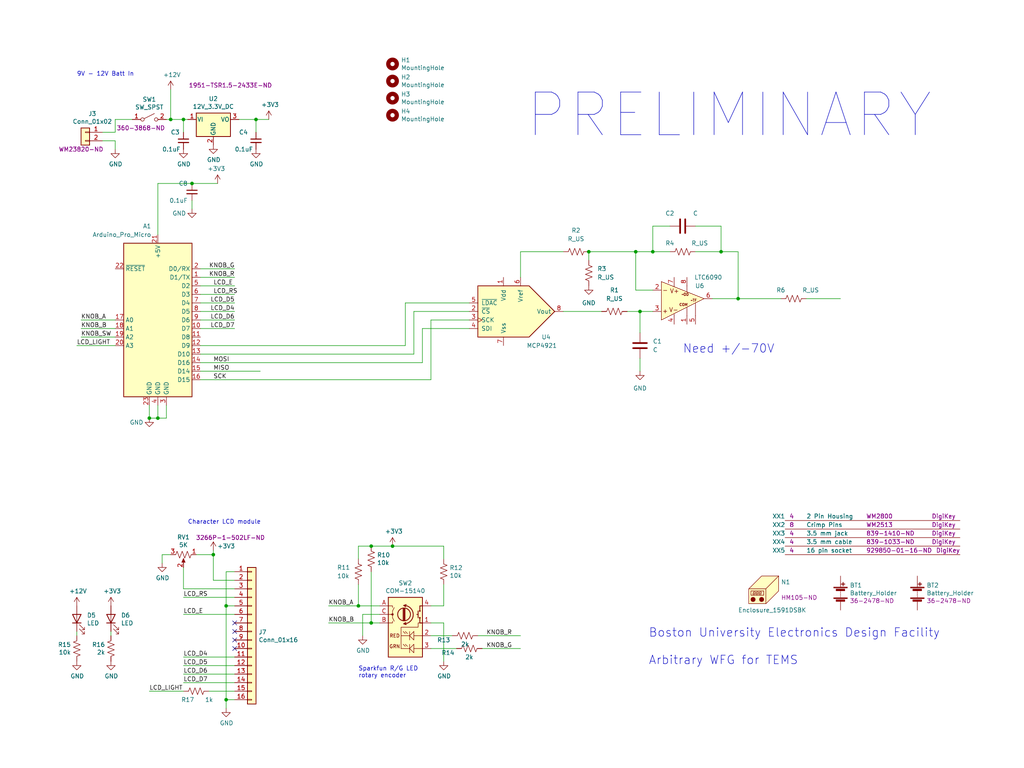
<source format=kicad_sch>
(kicad_sch (version 20230121) (generator eeschema)
  (paper "User" 304.8 228.6)
  (lib_symbols
    (symbol "Analog_DAC:MCP4921" (pin_names (offset 1.016))
      (property "Reference" "U" (at 6.35 10.795 0))
      (property "Value" "MCP4921" (at 6.35 8.89 0))
      (symbol "MCP4921_0_0"
        (polyline (pts (xy 15.24 0) (xy 7.62 7.62) (xy -7.62 7.62) (xy -7.62 -7.62) (xy 7.62 -7.62) (xy 15.24 0)) (stroke (width 0.254)) (fill (type background)))
      )
      (symbol "MCP4921_1_1"
        (pin power_in line (at 0 10.16 270) (length 2.54) (name "Vdd") (number "1"))
        (pin input line (at -10.16 0 0) (length 2.54) (name "~{CS}") (number "2"))
        (pin input clock (at -10.16 -2.54 0) (length 2.54) (name "SCK") (number "3"))
        (pin input line (at -10.16 -5.08 0) (length 2.54) (name "SDI") (number "4"))
        (pin input line (at -10.16 2.54 0) (length 2.54) (name "~{LDAC}") (number "5"))
        (pin power_in line (at 5.08 10.16 270) (length 2.54) (name "Vref") (number "6"))
        (pin power_in line (at 0 -10.16 90) (length 2.54) (name "Vss") (number "7"))
        (pin output line (at 17.78 0 180) (length 2.54) (name "Vout") (number "8"))
      )
    )
    (symbol "Connector_Generic:Conn_01x02" (pin_names (offset 1.016) hide)
      (property "Reference" "J" (at 0 2.54 0))
      (property "Value" "Conn_01x02" (at 0 -5.08 0))
      (symbol "Conn_01x02_1_1"
        (rectangle (start -1.27 -2.413) (end 0 -2.667) (stroke (width 0.1524)))
        (rectangle (start -1.27 0.127) (end 0 -0.127) (stroke (width 0.1524)))
        (rectangle (start -1.27 1.27) (end 1.27 -3.81) (stroke (width 0.254)) (fill (type background)))
        (pin passive line (at -5.08 0 0) (length 3.81) (name "Pin_1") (number "1"))
        (pin passive line (at -5.08 -2.54 0) (length 3.81) (name "Pin_2") (number "2"))
      )
    )
    (symbol "Connector_Generic:Conn_01x16" (pin_names (offset 1.016) hide)
      (property "Reference" "J" (at 0 20.32 0))
      (property "Value" "Conn_01x16" (at 0 -22.86 0))
      (symbol "Conn_01x16_1_1"
        (rectangle (start -1.27 -20.193) (end 0 -20.447) (stroke (width 0.1524)))
        (rectangle (start -1.27 -17.653) (end 0 -17.907) (stroke (width 0.1524)))
        (rectangle (start -1.27 -15.113) (end 0 -15.367) (stroke (width 0.1524)))
        (rectangle (start -1.27 -12.573) (end 0 -12.827) (stroke (width 0.1524)))
        (rectangle (start -1.27 -10.033) (end 0 -10.287) (stroke (width 0.1524)))
        (rectangle (start -1.27 -7.493) (end 0 -7.747) (stroke (width 0.1524)))
        (rectangle (start -1.27 -4.953) (end 0 -5.207) (stroke (width 0.1524)))
        (rectangle (start -1.27 -2.413) (end 0 -2.667) (stroke (width 0.1524)))
        (rectangle (start -1.27 0.127) (end 0 -0.127) (stroke (width 0.1524)))
        (rectangle (start -1.27 2.667) (end 0 2.413) (stroke (width 0.1524)))
        (rectangle (start -1.27 5.207) (end 0 4.953) (stroke (width 0.1524)))
        (rectangle (start -1.27 7.747) (end 0 7.493) (stroke (width 0.1524)))
        (rectangle (start -1.27 10.287) (end 0 10.033) (stroke (width 0.1524)))
        (rectangle (start -1.27 12.827) (end 0 12.573) (stroke (width 0.1524)))
        (rectangle (start -1.27 15.367) (end 0 15.113) (stroke (width 0.1524)))
        (rectangle (start -1.27 17.907) (end 0 17.653) (stroke (width 0.1524)))
        (rectangle (start -1.27 19.05) (end 1.27 -21.59) (stroke (width 0.254)) (fill (type background)))
        (pin passive line (at -5.08 17.78 0) (length 3.81) (name "Pin_1") (number "1"))
        (pin passive line (at -5.08 -5.08 0) (length 3.81) (name "Pin_10") (number "10"))
        (pin passive line (at -5.08 -7.62 0) (length 3.81) (name "Pin_11") (number "11"))
        (pin passive line (at -5.08 -10.16 0) (length 3.81) (name "Pin_12") (number "12"))
        (pin passive line (at -5.08 -12.7 0) (length 3.81) (name "Pin_13") (number "13"))
        (pin passive line (at -5.08 -15.24 0) (length 3.81) (name "Pin_14") (number "14"))
        (pin passive line (at -5.08 -17.78 0) (length 3.81) (name "Pin_15") (number "15"))
        (pin passive line (at -5.08 -20.32 0) (length 3.81) (name "Pin_16") (number "16"))
        (pin passive line (at -5.08 15.24 0) (length 3.81) (name "Pin_2") (number "2"))
        (pin passive line (at -5.08 12.7 0) (length 3.81) (name "Pin_3") (number "3"))
        (pin passive line (at -5.08 10.16 0) (length 3.81) (name "Pin_4") (number "4"))
        (pin passive line (at -5.08 7.62 0) (length 3.81) (name "Pin_5") (number "5"))
        (pin passive line (at -5.08 5.08 0) (length 3.81) (name "Pin_6") (number "6"))
        (pin passive line (at -5.08 2.54 0) (length 3.81) (name "Pin_7") (number "7"))
        (pin passive line (at -5.08 0 0) (length 3.81) (name "Pin_8") (number "8"))
        (pin passive line (at -5.08 -2.54 0) (length 3.81) (name "Pin_9") (number "9"))
      )
    )
    (symbol "Device:C" (pin_numbers hide) (pin_names (offset 0.254))
      (property "Reference" "C" (at 0.635 2.54 0))
      (property "Value" "C" (at 0.635 -2.54 0))
      (symbol "C_0_1"
        (polyline (pts (xy -2.032 -0.762) (xy 2.032 -0.762)) (stroke (width 0.508)))
        (polyline (pts (xy -2.032 0.762) (xy 2.032 0.762)) (stroke (width 0.508)))
      )
      (symbol "C_1_1"
        (pin passive line (at 0 3.81 270) (length 2.794) (name "~") (number "1"))
        (pin passive line (at 0 -3.81 90) (length 2.794) (name "~") (number "2"))
      )
    )
    (symbol "Device:C_Small" (pin_numbers hide) (pin_names (offset 0.254) hide)
      (property "Reference" "C" (at 0.254 1.778 0))
      (property "Value" "C_Small" (at 0.254 -2.032 0))
      (symbol "C_Small_0_1"
        (polyline (pts (xy -1.524 -0.508) (xy 1.524 -0.508)) (stroke (width 0.3302)))
        (polyline (pts (xy -1.524 0.508) (xy 1.524 0.508)) (stroke (width 0.3048)))
      )
      (symbol "C_Small_1_1"
        (pin passive line (at 0 2.54 270) (length 2.032) (name "~") (number "1"))
        (pin passive line (at 0 -2.54 90) (length 2.032) (name "~") (number "2"))
      )
    )
    (symbol "Device:LED" (pin_numbers hide) (pin_names (offset 1.016) hide)
      (property "Reference" "D" (at 0 2.54 0))
      (property "Value" "LED" (at 0 -2.54 0))
      (symbol "LED_0_1"
        (polyline (pts (xy -1.27 -1.27) (xy -1.27 1.27)) (stroke (width 0.254)))
        (polyline (pts (xy -1.27 0) (xy 1.27 0)))
        (polyline (pts (xy 1.27 -1.27) (xy 1.27 1.27) (xy -1.27 0) (xy 1.27 -1.27)) (stroke (width 0.254)))
        (polyline (pts (xy -3.048 -0.762) (xy -4.572 -2.286) (xy -3.81 -2.286) (xy -4.572 -2.286) (xy -4.572 -1.524)))
        (polyline (pts (xy -1.778 -0.762) (xy -3.302 -2.286) (xy -2.54 -2.286) (xy -3.302 -2.286) (xy -3.302 -1.524)))
      )
      (symbol "LED_1_1"
        (pin passive line (at -3.81 0 0) (length 2.54) (name "K") (number "1"))
        (pin passive line (at 3.81 0 180) (length 2.54) (name "A") (number "2"))
      )
    )
    (symbol "Device:R_US" (pin_numbers hide) (pin_names (offset 0))
      (property "Reference" "R" (at 2.54 0 90))
      (property "Value" "R_US" (at -2.54 0 90))
      (symbol "R_US_0_1"
        (polyline (pts (xy 0 -2.286) (xy 0 -2.54)))
        (polyline (pts (xy 0 2.286) (xy 0 2.54)))
        (polyline (pts (xy 0 -0.762) (xy 1.016 -1.143) (xy 0 -1.524) (xy -1.016 -1.905) (xy 0 -2.286)))
        (polyline (pts (xy 0 0.762) (xy 1.016 0.381) (xy 0 0) (xy -1.016 -0.381) (xy 0 -0.762)))
        (polyline (pts (xy 0 2.286) (xy 1.016 1.905) (xy 0 1.524) (xy -1.016 1.143) (xy 0 0.762)))
      )
      (symbol "R_US_1_1"
        (pin passive line (at 0 3.81 270) (length 1.27) (name "~") (number "1"))
        (pin passive line (at 0 -3.81 90) (length 1.27) (name "~") (number "2"))
      )
    )
    (symbol "Mechanical:Housing" (pin_names (offset 1.016))
      (property "Reference" "N" (at 3.81 0 0))
      (property "Value" "Housing" (at 3.81 -1.905 0))
      (symbol "Housing_0_1"
        (rectangle (start -5.08 -0.635) (end -1.27 -1.905))
        (circle (center -4.445 -3.175) (radius 0.635) (fill (type outline)))
        (circle (center -1.905 -3.175) (radius 0.635) (fill (type outline)))
        (polyline (pts (xy -4.5212 -1.5748) (xy -4.4704 -1.3716)))
        (polyline (pts (xy -4.4196 -1.6764) (xy -4.064 -1.6764)))
        (polyline (pts (xy -4.4196 -1.2192) (xy -4.3688 -0.9652)))
        (polyline (pts (xy -4.318 -1.3208) (xy -4.0132 -1.3208)))
        (polyline (pts (xy -4.2164 -0.9144) (xy -3.9116 -0.9144)))
        (polyline (pts (xy -3.9116 -1.6256) (xy -3.8608 -1.3716)))
        (polyline (pts (xy -3.81 -1.2192) (xy -3.7592 -0.9652)))
        (polyline (pts (xy -3.6068 -1.5748) (xy -3.556 -1.3716)))
        (polyline (pts (xy -3.5052 -1.6764) (xy -3.1496 -1.6764)))
        (polyline (pts (xy -3.5052 -1.2192) (xy -3.4544 -0.9652)))
        (polyline (pts (xy -3.4036 -1.3208) (xy -3.0988 -1.3208)))
        (polyline (pts (xy -3.302 -0.9144) (xy -2.9972 -0.9144)))
        (polyline (pts (xy -2.9972 -1.6256) (xy -2.9464 -1.3716)))
        (polyline (pts (xy -2.8956 -1.2192) (xy -2.8448 -0.9652)))
        (polyline (pts (xy -2.6924 -1.5748) (xy -2.6416 -1.3716)))
        (polyline (pts (xy -2.5908 -1.6764) (xy -2.2352 -1.6764)))
        (polyline (pts (xy -2.5908 -1.2192) (xy -2.54 -0.9652)))
        (polyline (pts (xy -2.4892 -1.3208) (xy -2.1844 -1.3208)))
        (polyline (pts (xy -2.3876 -0.9144) (xy -2.0828 -0.9144)))
        (polyline (pts (xy -2.0828 -1.6256) (xy -2.032 -1.3716)))
        (polyline (pts (xy -1.9812 -1.2192) (xy -1.9304 -0.9652)))
        (polyline (pts (xy -0.635 0) (xy -0.635 -4.445)))
        (polyline (pts (xy -5.715 0) (xy -0.635 0) (xy 3.175 3.81)))
        (polyline (pts (xy -5.715 0) (xy -5.715 -4.445) (xy -0.635 -4.445) (xy 3.175 -0.635) (xy 3.175 3.81) (xy -1.905 3.81) (xy -5.715 0)) (fill (type background)))
      )
    )
    (symbol "Mechanical:MountingHole" (pin_names (offset 1.016))
      (property "Reference" "H" (at 0 5.08 0))
      (property "Value" "MountingHole" (at 0 3.175 0))
      (symbol "MountingHole_0_1"
        (circle (center 0 0) (radius 1.27) (stroke (width 1.27)))
      )
    )
    (symbol "Regulator_Linear:LM7805_TO220" (pin_names (offset 0.254))
      (property "Reference" "U" (at -3.81 3.175 0))
      (property "Value" "LM7805_TO220" (at 0 3.175 0))
      (symbol "LM7805_TO220_0_1"
        (rectangle (start -5.08 1.905) (end 5.08 -5.08) (stroke (width 0.254)) (fill (type background)))
      )
      (symbol "LM7805_TO220_1_1"
        (pin power_in line (at -7.62 0 0) (length 2.54) (name "VI") (number "1"))
        (pin power_in line (at 0 -7.62 90) (length 2.54) (name "GND") (number "2"))
        (pin power_out line (at 7.62 0 180) (length 2.54) (name "VO") (number "3"))
      )
    )
    (symbol "Switch:SW_SPST" (pin_names (offset 0) hide)
      (property "Reference" "SW" (at 0 3.175 0))
      (property "Value" "SW_SPST" (at 0 -2.54 0))
      (symbol "SW_SPST_0_0"
        (circle (center -2.032 0) (radius 0.508))
        (polyline (pts (xy -1.524 0.254) (xy 1.524 1.778)))
        (circle (center 2.032 0) (radius 0.508))
      )
      (symbol "SW_SPST_1_1"
        (pin passive line (at -5.08 0 0) (length 2.54) (name "A") (number "1"))
        (pin passive line (at 5.08 0 180) (length 2.54) (name "B") (number "2"))
      )
    )
    (symbol "mctens-rescue:+3.3V-power" (power) (pin_names (offset 0))
      (property "Value" "+3.3V-power" (at 0 3.556 0))
      (symbol "+3.3V-power_0_1"
        (polyline (pts (xy -0.762 1.27) (xy 0 2.54)))
        (polyline (pts (xy 0 0) (xy 0 2.54)))
        (polyline (pts (xy 0 2.54) (xy 0.762 1.27)))
      )
      (symbol "+3.3V-power_1_1"
        (pin power_in line (at 0 0 90) (length 0) hide (name "+3V3") (number "1"))
      )
    )
    (symbol "mctens-rescue:R_POT_US-Device" (pin_names (offset 1.016) hide)
      (property "Reference" "RV" (at -4.445 0 90))
      (property "Value" "Device_R_POT_US" (at -2.54 0 90))
      (symbol "R_POT_US-Device_0_1"
        (polyline (pts (xy 0 -2.286) (xy 0 -2.54)))
        (polyline (pts (xy 0 2.54) (xy 0 2.286)))
        (polyline (pts (xy 2.54 0) (xy 1.524 0)))
        (polyline (pts (xy 1.143 0) (xy 2.286 0.508) (xy 2.286 -0.508) (xy 1.143 0)) (fill (type outline)))
        (polyline (pts (xy 0 -0.762) (xy 1.016 -1.143) (xy 0 -1.524) (xy -1.016 -1.905) (xy 0 -2.286)))
        (polyline (pts (xy 0 0.762) (xy 1.016 0.381) (xy 0 0) (xy -1.016 -0.381) (xy 0 -0.762)))
        (polyline (pts (xy 0 2.286) (xy 1.016 1.905) (xy 0 1.524) (xy -1.016 1.143) (xy 0 0.762)))
      )
      (symbol "R_POT_US-Device_1_1"
        (pin passive line (at 0 3.81 270) (length 1.27) (name "1") (number "1"))
        (pin passive line (at 3.81 0 180) (length 1.27) (name "2") (number "2"))
        (pin passive line (at 0 -3.81 90) (length 1.27) (name "3") (number "3"))
      )
    )
    (symbol "my_Arduino:Arduino_pro_micro"
      (property "Reference" "A" (at -10.16 23.495 0))
      (property "Value" "Arduino_Pro_Micro" (at 5.08 -24.13 0))
      (symbol "Arduino_pro_micro_0_1"
        (rectangle (start -10.16 22.86) (end 10.16 -22.86) (stroke (width 0.254)) (fill (type background)))
      )
      (symbol "Arduino_pro_micro_1_1"
        (pin bidirectional line (at -12.7 12.7 0) (length 2.54) (name "D1/TX") (number "1"))
        (pin bidirectional line (at -12.7 -2.54 0) (length 2.54) (name "D7") (number "10"))
        (pin bidirectional line (at -12.7 -5.08 0) (length 2.54) (name "D8") (number "11"))
        (pin bidirectional line (at -12.7 -7.62 0) (length 2.54) (name "D9") (number "12"))
        (pin bidirectional line (at -12.7 -10.16 0) (length 2.54) (name "D10") (number "13"))
        (pin bidirectional line (at -12.7 -12.7 0) (length 2.54) (name "D16") (number "14"))
        (pin bidirectional line (at -12.7 -15.24 0) (length 2.54) (name "D14") (number "15"))
        (pin bidirectional line (at -12.7 -17.78 0) (length 2.54) (name "D15") (number "16"))
        (pin bidirectional line (at 12.7 0 180) (length 2.54) (name "A0") (number "17"))
        (pin bidirectional line (at 12.7 -2.54 180) (length 2.54) (name "A1") (number "18"))
        (pin bidirectional line (at 12.7 -5.08 180) (length 2.54) (name "A2") (number "19"))
        (pin bidirectional line (at -12.7 15.24 0) (length 2.54) (name "D0/RX") (number "2"))
        (pin bidirectional line (at 12.7 -7.62 180) (length 2.54) (name "A3") (number "20"))
        (pin power_out line (at 0 25.4 270) (length 2.54) (name "+5V") (number "21"))
        (pin input line (at 12.7 15.24 180) (length 2.54) (name "~{RESET}") (number "22"))
        (pin power_in line (at 2.54 -25.4 90) (length 2.54) (name "GND") (number "23"))
        (pin power_in line (at -2.54 -25.4 90) (length 2.54) (name "GND") (number "3"))
        (pin power_in line (at 0 -25.4 90) (length 2.54) (name "GND") (number "4"))
        (pin bidirectional line (at -12.7 10.16 0) (length 2.54) (name "D2") (number "5"))
        (pin bidirectional line (at -12.7 7.62 0) (length 2.54) (name "D3") (number "6"))
        (pin bidirectional line (at -12.7 5.08 0) (length 2.54) (name "D4") (number "7"))
        (pin bidirectional line (at -12.7 2.54 0) (length 2.54) (name "D5") (number "8"))
        (pin bidirectional line (at -12.7 0 0) (length 2.54) (name "D6") (number "9"))
      )
    )
    (symbol "my_opamp:LTC6090"
      (property "Reference" "U" (at 14.478 2.794 0))
      (symbol "LTC6090_1_1"
        (polyline (pts (xy 6.35 -7.62) (xy 6.35 -7.112)))
        (polyline (pts (xy 6.35 1.27) (xy 6.35 1.016)))
        (polyline (pts (xy 10.16 -7.62) (xy 10.16 -5.08)))
        (polyline (pts (xy 10.16 1.27) (xy 10.16 -0.508)))
        (polyline (pts (xy 12.7 -7.62) (xy 12.7 -3.81)))
        (polyline (pts (xy 2.54 2.54) (xy 2.54 -8.89) (xy 15.24 -2.54) (xy 2.54 2.54)) (fill (type background)))
        (text "+" (at 3.683 -6.223 0) (effects (font (size 1.27 1.27))))
        (text "-" (at 3.683 0 0) (effects (font (size 1.27 1.27))))
        (text "COM" (at 9.144 -4.318 0) (effects (font (size 0.762 0.762))))
        (text "V+" (at 6.477 -0.254 0) (effects (font (size 1.27 1.27))))
        (text "V-" (at 6.223 -5.842 0) (effects (font (size 1.27 1.27))))
        (text "~OD" (at 9.652 -1.27 0) (effects (font (size 0.762 0.762))))
        (text "~TF" (at 12.192 -3.048 0) (effects (font (size 0.762 0.762))))
        (pin passive line (at 10.16 -10.16 90) (length 2.54) (name "~") (number "1"))
        (pin passive line (at 0 0 0) (length 2.54) (name "~") (number "2"))
        (pin passive line (at 0 -6.35 0) (length 2.54) (name "~") (number "3"))
        (pin passive line (at 6.35 -10.16 90) (length 2.54) (name "~") (number "4"))
        (pin passive line (at 12.7 -10.16 90) (length 2.54) (name "~") (number "5"))
        (pin passive line (at 17.78 -2.54 180) (length 2.54) (name "~") (number "6"))
        (pin passive line (at 6.35 3.81 270) (length 2.54) (name "~") (number "7"))
        (pin passive line (at 10.16 3.81 270) (length 2.54) (name "~") (number "8"))
      )
    )
    (symbol "power:+12V" (power) (pin_names (offset 0))
      (property "Value" "+12V" (at 0 3.556 0))
      (symbol "+12V_0_1"
        (polyline (pts (xy -0.762 1.27) (xy 0 2.54)))
        (polyline (pts (xy 0 0) (xy 0 2.54)))
        (polyline (pts (xy 0 2.54) (xy 0.762 1.27)))
      )
      (symbol "+12V_1_1"
        (pin power_in line (at 0 0 90) (length 0) hide (name "+12V") (number "1"))
      )
    )
    (symbol "power:GND" (power) (pin_names (offset 0))
      (property "Value" "GND" (at 0 -3.81 0))
      (symbol "GND_0_1"
        (polyline (pts (xy 0 0) (xy 0 -1.27) (xy 1.27 -1.27) (xy 0 -2.54) (xy -1.27 -1.27) (xy 0 -1.27)))
      )
      (symbol "GND_1_1"
        (pin power_in line (at 0 0 270) (length 0) hide (name "GND") (number "1"))
      )
    )
    (symbol "tens:BOM_item" (pin_names (offset 1.016))
      (property "Reference" "XX" (at -3.81 1.27 0))
      (property "Value" "BOM_item" (at 6.35 1.27 0))
      (property "CatNo" "CatNo" (at 24.13 1.27 0))
      (property "Vendor" "Vendor" (at 50.8 1.27 0))
      (property "Qty" "Qty" (at 1.27 1.27 0))
      (symbol "BOM_item_0_1"
        (polyline (pts (xy 0 0) (xy 52.07 0)))
      )
    )
    (symbol "tens:Battery_Holder" (pin_numbers hide) (pin_names (offset 0) hide)
      (property "Reference" "BT" (at 2.54 2.54 0))
      (property "Value" "Battery_Holder" (at 2.54 0 0))
      (symbol "Battery_Holder_0_1"
        (rectangle (start -2.032 -1.397) (end 2.032 -1.651) (fill (type outline)))
        (rectangle (start -2.032 1.778) (end 2.032 1.524) (fill (type outline)))
        (rectangle (start -1.3208 -1.9812) (end 1.27 -2.4892) (fill (type outline)))
        (rectangle (start -1.3208 1.1938) (end 1.27 0.6858) (fill (type outline)))
        (polyline (pts (xy 0 -2.54) (xy 0 -5.08)))
        (polyline (pts (xy 0 -1.524) (xy 0 -1.27)))
        (polyline (pts (xy 0 -1.016) (xy 0 -0.762)))
        (polyline (pts (xy 0 -0.508) (xy 0 -0.254)))
        (polyline (pts (xy 0 0) (xy 0 0.254)))
        (polyline (pts (xy 0 0.508) (xy 0 0.762)))
        (polyline (pts (xy 0 1.778) (xy 0 2.54)))
        (polyline (pts (xy 0 2.54) (xy 0 5.08)))
        (polyline (pts (xy 0.254 2.667) (xy 1.27 2.667)) (stroke (width 0.254)))
        (polyline (pts (xy 0.762 3.175) (xy 0.762 2.159)) (stroke (width 0.254)))
      )
    )
    (symbol "tens:COM-15140" (pin_names (offset 0.254) hide)
      (property "Reference" "SW" (at -3.81 7.62 0))
      (property "Value" "COM-15140" (at 6.35 7.62 0))
      (symbol "COM-15140_0_0"
        (polyline (pts (xy 0 -9.525) (xy -0.635 -8.89)))
        (polyline (pts (xy 0 -5.715) (xy -0.635 -5.08)))
        (polyline (pts (xy 0.635 -9.525) (xy 0 -8.89)))
        (polyline (pts (xy 0.635 -5.715) (xy 0 -5.08)))
        (polyline (pts (xy 1.27 -10.16) (xy -1.27 -10.16)))
        (polyline (pts (xy 1.27 -8.89) (xy 1.27 -11.43)))
        (polyline (pts (xy 1.27 -6.35) (xy -1.27 -6.35)))
        (polyline (pts (xy 1.27 -5.08) (xy 1.27 -7.62)))
        (polyline (pts (xy 5.08 -10.16) (xy 2.54 -10.16)))
        (polyline (pts (xy 5.08 -6.35) (xy 2.54 -6.35)))
        (polyline (pts (xy 2.54 -8.89) (xy 2.54 -11.43) (xy 1.27 -10.16) (xy 2.54 -8.89)))
        (polyline (pts (xy 2.54 -5.08) (xy 2.54 -7.62) (xy 1.27 -6.35) (xy 2.54 -5.08)))
        (polyline (pts (xy -1.27 -10.16) (xy -1.27 -6.35) (xy -1.27 -3.81) (xy 3.81 -3.81) (xy 3.81 -2.54) (xy 5.08 -2.54)))
        (text "GRN" (at -3.175 -9.525 0) (effects (font (size 1.016 1.016))))
        (text "RED" (at -3.175 -6.35 0) (effects (font (size 1.016 1.016))))
      )
      (symbol "COM-15140_0_1"
        (rectangle (start -5.08 5.08) (end 5.08 -12.7) (stroke (width 0.254)) (fill (type background)))
        (circle (center -3.81 0) (radius 0.254) (fill (type outline)))
        (arc (start -0.381 -2.794) (mid 2.3376 -0.0635) (end -0.381 2.667) (stroke (width 0.254)))
        (circle (center -0.381 0) (radius 1.905) (stroke (width 0.254)))
        (polyline (pts (xy -0.635 -1.778) (xy -0.635 1.778)) (stroke (width 0.254)))
        (polyline (pts (xy -0.381 -1.778) (xy -0.381 1.778)) (stroke (width 0.254)))
        (polyline (pts (xy -0.127 1.778) (xy -0.127 -1.778)) (stroke (width 0.254)))
        (polyline (pts (xy 3.81 0) (xy 3.429 0)) (stroke (width 0.254)))
        (polyline (pts (xy 3.81 1.016) (xy 3.81 -1.016)) (stroke (width 0.254)))
        (polyline (pts (xy -5.08 -2.54) (xy -3.81 -2.54) (xy -3.81 -2.032)))
        (polyline (pts (xy -5.08 2.54) (xy -3.81 2.54) (xy -3.81 2.032)))
        (polyline (pts (xy 0.254 -3.048) (xy -0.508 -2.794) (xy 0.127 -2.413)) (stroke (width 0.254)))
        (polyline (pts (xy 0.254 2.921) (xy -0.508 2.667) (xy 0.127 2.286)) (stroke (width 0.254)))
        (polyline (pts (xy 5.08 -2.54) (xy 4.318 -2.54) (xy 4.318 -1.016)) (stroke (width 0.254)))
        (polyline (pts (xy 5.08 2.54) (xy 4.318 2.54) (xy 4.318 1.016)) (stroke (width 0.254)))
        (polyline (pts (xy -5.08 0) (xy -3.81 0) (xy -3.81 -1.016) (xy -3.302 -2.032)))
        (polyline (pts (xy -4.318 0) (xy -3.81 0) (xy -3.81 1.016) (xy -3.302 2.032)))
        (circle (center 4.318 -1.016) (radius 0.127) (stroke (width 0.254)))
        (circle (center 4.318 1.016) (radius 0.127) (stroke (width 0.254)))
      )
      (symbol "COM-15140_1_1"
        (pin passive line (at 7.62 -2.54 180) (length 2.54) (name "S2") (number "1"))
        (pin passive line (at 7.62 -6.35 180) (length 2.54) (name "RED") (number "2"))
        (pin passive line (at 7.62 -10.16 180) (length 2.54) (name "GREEN") (number "3"))
        (pin passive line (at 7.62 2.54 180) (length 2.54) (name "S1") (number "4"))
        (pin passive line (at -7.62 2.54 0) (length 2.54) (name "A") (number "A"))
        (pin passive line (at -7.62 -2.54 0) (length 2.54) (name "B") (number "B"))
        (pin passive line (at -7.62 0 0) (length 2.54) (name "C") (number "C"))
      )
    )
  )
  (junction (at 219.71 88.9))
  (junction (at 116.84 162.56))
  (junction (at 76.2 35.56))
  (junction (at 214.63 74.93))
  (junction (at 50.8 35.56))
  (junction (at 57.15 54.61))
  (junction (at 44.45 124.46))
  (junction (at 54.61 35.56))
  (junction (at 175.26 74.93))
  (junction (at 106.68 180.34))
  (junction (at 189.23 74.93))
  (junction (at 110.49 185.42))
  (junction (at 194.31 74.93))
  (junction (at 67.31 208.28))
  (junction (at 190.5 92.71))
  (junction (at 67.31 180.34))
  (junction (at 63.5 165.1))
  (junction (at 110.49 162.56))
  (junction (at 46.99 124.46))
  (no_connect (at 69.85 193.04))
  (no_connect (at 69.85 185.42))
  (no_connect (at 69.85 187.96))
  (no_connect (at 69.85 190.5))
  (wire (pts (xy 69.85 175.26) (xy 54.61 175.26)))
  (wire (pts (xy 219.71 88.9) (xy 212.09 88.9)))
  (wire (pts (xy 46.99 120.65) (xy 46.99 124.46)))
  (wire (pts (xy 69.85 203.2) (xy 54.61 203.2)))
  (wire (pts (xy 34.29 41.91) (xy 34.29 44.45)))
  (wire (pts (xy 71.12 35.56) (xy 76.2 35.56)))
  (wire (pts (xy 30.48 39.37) (xy 34.29 39.37)))
  (wire (pts (xy 63.5 165.1) (xy 63.5 163.83)))
  (wire (pts (xy 128.27 193.04) (xy 135.89 193.04)))
  (wire (pts (xy 113.03 182.88) (xy 107.95 182.88)))
  (wire (pts (xy 34.29 97.79) (xy 24.13 97.79)))
  (wire (pts (xy 154.94 74.93) (xy 167.64 74.93)))
  (wire (pts (xy 128.27 95.25) (xy 139.7 95.25)))
  (wire (pts (xy 69.85 195.58) (xy 54.61 195.58)))
  (wire (pts (xy 175.26 74.93) (xy 189.23 74.93)))
  (wire (pts (xy 59.69 102.87) (xy 120.65 102.87)))
  (wire (pts (xy 44.45 120.65) (xy 44.45 124.46)))
  (wire (pts (xy 113.03 180.34) (xy 106.68 180.34)))
  (wire (pts (xy 120.65 102.87) (xy 120.65 90.17)))
  (wire (pts (xy 190.5 92.71) (xy 194.31 92.71)))
  (wire (pts (xy 59.69 105.41) (xy 123.19 105.41)))
  (wire (pts (xy 69.85 172.72) (xy 63.5 172.72)))
  (wire (pts (xy 58.42 165.1) (xy 63.5 165.1)))
  (wire (pts (xy 59.69 85.09) (xy 69.85 85.09)))
  (wire (pts (xy 50.8 26.67) (xy 50.8 35.56)))
  (wire (pts (xy 199.39 67.31) (xy 194.31 67.31)))
  (wire (pts (xy 59.69 107.95) (xy 125.73 107.95)))
  (wire (pts (xy 69.85 170.18) (xy 67.31 170.18)))
  (wire (pts (xy 57.15 59.69) (xy 57.15 62.23)))
  (wire (pts (xy 190.5 92.71) (xy 190.5 99.06)))
  (wire (pts (xy 128.27 185.42) (xy 132.08 185.42)))
  (wire (pts (xy 120.65 90.17) (xy 139.7 90.17)))
  (wire (pts (xy 54.61 205.74) (xy 44.45 205.74)))
  (wire (pts (xy 207.01 67.31) (xy 214.63 67.31)))
  (wire (pts (xy 106.68 162.56) (xy 110.49 162.56)))
  (wire (pts (xy 110.49 185.42) (xy 110.49 170.18)))
  (wire (pts (xy 64.77 54.61) (xy 57.15 54.61)))
  (wire (pts (xy 69.85 182.88) (xy 54.61 182.88)))
  (wire (pts (xy 219.71 74.93) (xy 219.71 88.9)))
  (wire (pts (xy 39.37 35.56) (xy 34.29 35.56)))
  (wire (pts (xy 107.95 182.88) (xy 107.95 189.23)))
  (wire (pts (xy 69.85 95.25) (xy 59.69 95.25)))
  (wire (pts (xy 34.29 100.33) (xy 24.13 100.33)))
  (wire (pts (xy 69.85 97.79) (xy 59.69 97.79)))
  (wire (pts (xy 34.29 95.25) (xy 24.13 95.25)))
  (wire (pts (xy 106.68 166.37) (xy 106.68 162.56)))
  (wire (pts (xy 113.03 185.42) (xy 110.49 185.42)))
  (wire (pts (xy 125.73 97.79) (xy 139.7 97.79)))
  (wire (pts (xy 59.69 110.49) (xy 77.47 110.49)))
  (wire (pts (xy 33.02 187.96) (xy 33.02 189.23)))
  (wire (pts (xy 110.49 185.42) (xy 97.79 185.42)))
  (wire (pts (xy 175.26 74.93) (xy 175.26 77.47)))
  (wire (pts (xy 186.69 92.71) (xy 190.5 92.71)))
  (wire (pts (xy 132.08 180.34) (xy 128.27 180.34)))
  (wire (pts (xy 50.8 35.56) (xy 54.61 35.56)))
  (wire (pts (xy 194.31 86.36) (xy 189.23 86.36)))
  (wire (pts (xy 110.49 162.56) (xy 116.84 162.56)))
  (wire (pts (xy 22.86 187.96) (xy 22.86 189.23)))
  (wire (pts (xy 106.68 180.34) (xy 106.68 173.99)))
  (wire (pts (xy 219.71 88.9) (xy 232.41 88.9)))
  (wire (pts (xy 54.61 39.37) (xy 54.61 35.56)))
  (wire (pts (xy 132.08 185.42) (xy 132.08 196.85)))
  (wire (pts (xy 54.61 175.26) (xy 54.61 168.91)))
  (wire (pts (xy 69.85 177.8) (xy 54.61 177.8)))
  (wire (pts (xy 142.24 189.23) (xy 154.94 189.23)))
  (wire (pts (xy 48.26 165.1) (xy 48.26 167.64)))
  (wire (pts (xy 50.8 165.1) (xy 48.26 165.1)))
  (wire (pts (xy 194.31 74.93) (xy 199.39 74.93)))
  (wire (pts (xy 240.03 88.9) (xy 250.19 88.9)))
  (wire (pts (xy 69.85 80.01) (xy 59.69 80.01)))
  (wire (pts (xy 123.19 92.71) (xy 139.7 92.71)))
  (wire (pts (xy 67.31 170.18) (xy 67.31 180.34)))
  (wire (pts (xy 69.85 208.28) (xy 67.31 208.28)))
  (wire (pts (xy 128.27 113.03) (xy 128.27 95.25)))
  (wire (pts (xy 214.63 74.93) (xy 219.71 74.93)))
  (wire (pts (xy 76.2 39.37) (xy 76.2 35.56)))
  (wire (pts (xy 123.19 105.41) (xy 123.19 92.71)))
  (wire (pts (xy 154.94 82.55) (xy 154.94 74.93)))
  (wire (pts (xy 59.69 87.63) (xy 69.85 87.63)))
  (wire (pts (xy 214.63 74.93) (xy 207.01 74.93)))
  (wire (pts (xy 57.15 54.61) (xy 46.99 54.61)))
  (wire (pts (xy 59.69 113.03) (xy 128.27 113.03)))
  (wire (pts (xy 116.84 162.56) (xy 132.08 162.56)))
  (wire (pts (xy 22.86 102.87) (xy 34.29 102.87)))
  (wire (pts (xy 194.31 67.31) (xy 194.31 74.93)))
  (wire (pts (xy 63.5 172.72) (xy 63.5 165.1)))
  (wire (pts (xy 69.85 180.34) (xy 67.31 180.34)))
  (wire (pts (xy 34.29 35.56) (xy 34.29 39.37)))
  (wire (pts (xy 69.85 205.74) (xy 62.23 205.74)))
  (wire (pts (xy 106.68 180.34) (xy 97.79 180.34)))
  (wire (pts (xy 189.23 74.93) (xy 194.31 74.93)))
  (wire (pts (xy 69.85 82.55) (xy 59.69 82.55)))
  (wire (pts (xy 167.64 92.71) (xy 179.07 92.71)))
  (wire (pts (xy 49.53 35.56) (xy 50.8 35.56)))
  (wire (pts (xy 46.99 124.46) (xy 49.53 124.46)))
  (wire (pts (xy 59.69 90.17) (xy 69.85 90.17)))
  (wire (pts (xy 67.31 180.34) (xy 67.31 208.28)))
  (wire (pts (xy 125.73 107.95) (xy 125.73 97.79)))
  (wire (pts (xy 59.69 92.71) (xy 69.85 92.71)))
  (wire (pts (xy 214.63 67.31) (xy 214.63 74.93)))
  (wire (pts (xy 143.51 193.04) (xy 154.94 193.04)))
  (wire (pts (xy 76.2 35.56) (xy 80.01 35.56)))
  (wire (pts (xy 46.99 54.61) (xy 46.99 69.85)))
  (wire (pts (xy 54.61 35.56) (xy 55.88 35.56)))
  (wire (pts (xy 69.85 200.66) (xy 54.61 200.66)))
  (wire (pts (xy 132.08 173.99) (xy 132.08 180.34)))
  (wire (pts (xy 190.5 110.49) (xy 190.5 106.68)))
  (wire (pts (xy 49.53 124.46) (xy 49.53 120.65)))
  (wire (pts (xy 69.85 198.12) (xy 54.61 198.12)))
  (wire (pts (xy 132.08 162.56) (xy 132.08 166.37)))
  (wire (pts (xy 128.27 189.23) (xy 134.62 189.23)))
  (wire (pts (xy 189.23 74.93) (xy 189.23 86.36)))
  (wire (pts (xy 67.31 208.28) (xy 67.31 210.82)))
  (wire (pts (xy 30.48 41.91) (xy 34.29 41.91)))
  (wire (pts (xy 44.45 124.46) (xy 46.99 124.46)))
  (text "PRELIMINARY" (at 156.21 41.91 0) (effects (font (size 12.7 12.7)) (justify left bottom)))
  (text "Character LCD module" (at 55.88 156.21 0) (effects (font (size 1.27 1.27)) (justify left bottom)))
  (text "Boston University Electronics Design Facility\n\nArbitrary WFG for TEMS" (at 193.04 198.12 0) (effects (font (size 2.54 2.54)) (justify left bottom)))
  (text "9V - 12V Batt In" (at 22.86 22.86 0) (effects (font (size 1.27 1.27)) (justify left bottom)))
  (text "Need +/-70V" (at 203.2 105.41 0) (effects (font (size 2.54 2.54)) (justify left bottom)))
  (text "Sparkfun R/G LED\nrotary encoder" (at 106.68 201.93 0) (effects (font (size 1.27 1.27)) (justify left bottom)))
  (label "KNOB_R" (at 144.78 189.23 0))
  (label "LCD_D7" (at 69.85 97.79 180))
  (label "LCD_D6" (at 54.61 200.66 0))
  (label "MOSI" (at 63.5 107.95 0))
  (label "LCD_D4" (at 69.85 92.71 180))
  (label "LCD_D7" (at 54.61 203.2 0))
  (label "LCD_RS" (at 54.61 177.8 0))
  (label "KNOB_G" (at 144.78 193.04 0))
  (label "LCD_D4" (at 54.61 195.58 0))
  (label "LCD_LIGHT" (at 44.45 205.74 0))
  (label "KNOB_B" (at 97.79 185.42 0))
  (label "LCD_D5" (at 54.61 198.12 0))
  (label "LCD_LIGHT" (at 22.86 102.87 0))
  (label "KNOB_R" (at 69.85 82.55 180))
  (label "SCK" (at 63.5 113.03 0))
  (label "KNOB_G" (at 69.85 80.01 180))
  (label "KNOB_A" (at 97.79 180.34 0))
  (label "LCD_D5" (at 69.85 90.17 180))
  (label "KNOB_A" (at 24.13 95.25 0))
  (label "LCD_E" (at 63.5 85.09 0))
  (label "LCD_E" (at 54.61 182.88 0))
  (label "LCD_RS" (at 63.5 87.63 0))
  (label "KNOB_SW" (at 24.13 100.33 0))
  (label "KNOB_B" (at 24.13 97.79 0))
  (label "MISO" (at 63.5 110.49 0))
  (label "LCD_D6" (at 69.85 95.25 180))
  (symbol (lib_id "Device:R_US") (at 182.88 92.71 90) (unit 1)
    (property "Reference" "R1" (at 182.88 86.36 90))
    (property "Value" "R_US" (at 182.88 88.9 90))
  )
  (symbol (lib_id "Connector_Generic:Conn_01x02") (at 25.4 39.37 0) (mirror y) (unit 1)
    (property "Reference" "J3" (at 27.4828 33.8582 0))
    (property "Value" "Conn_01x02" (at 27.4828 36.1696 0))
    (property "Footprint" "Connector_Molex:Molex_Mini-Fit_Jr_5566-02A_2x01_P4.20mm_Vertical" (effects hide))
    (property "CatNo" "WM23820-ND" (at 24.13 44.45 0))
  )
  (symbol (lib_id "power:GND") (at 63.5 43.18 0) (unit 1)
    (property "Reference" "#PWR010" (effects hide))
    (property "Value" "GND" (at 63.627 47.5742 0))
  )
  (symbol (lib_id "power:GND") (at 44.45 124.46 0) (mirror y) (unit 1)
    (property "Reference" "#PWR04" (effects hide))
    (property "Value" "GND" (at 40.64 125.73 0))
  )
  (symbol (lib_id "Mechanical:MountingHole") (at 116.84 34.29 0) (unit 1)
    (property "Reference" "H4" (at 119.38 33.1216 0) (effects (justify left)))
    (property "Value" "MountingHole" (at 119.38 35.433 0) (effects (justify left)))
    (property "Footprint" "MountingHole:MountingHole_4.3mm_M4" (effects hide))
    (property "CatNo" "OMIT" (effects hide))
  )
  (symbol (lib_id "Device:R_US") (at 33.02 193.04 0) (mirror x) (unit 1)
    (property "Reference" "R16" (at 31.2928 191.8716 0) (effects (justify right)))
    (property "Value" "2k" (at 31.2928 194.183 0) (effects (justify right)))
    (property "Footprint" "Resistor_THT:R_Axial_DIN0207_L6.3mm_D2.5mm_P10.16mm_Horizontal" (effects hide))
    (property "CatNo" "Generic 2k ohm 1/4W" (effects hide))
  )
  (symbol (lib_id "tens:BOM_item") (at 233.68 160.02 0) (unit 1)
    (property "Reference" "XX3" (at 229.87 158.75 0) (effects (justify left)))
    (property "Value" "3.5 mm jack" (at 240.03 158.75 0) (effects (justify left)))
    (property "CatNo" "839-1410-ND" (at 257.81 158.75 0) (effects (justify left)))
    (property "Vendor" "DigiKey" (at 284.48 158.75 0) (effects (justify right)))
    (property "Qty" "4" (at 234.95 158.75 0) (effects (justify left)))
  )
  (symbol (lib_id "power:GND") (at 48.26 167.64 0) (unit 1)
    (property "Reference" "#PWR047" (effects hide))
    (property "Value" "GND" (at 48.387 172.0342 0))
  )
  (symbol (lib_id "power:GND") (at 34.29 44.45 0) (unit 1)
    (property "Reference" "#PWR011" (effects hide))
    (property "Value" "GND" (at 34.417 48.8442 0))
  )
  (symbol (lib_id "Device:R_US") (at 106.68 170.18 0) (unit 1)
    (property "Reference" "R11" (at 100.33 168.91 0) (effects (justify left)))
    (property "Value" "10k" (at 100.33 171.45 0) (effects (justify left)))
    (property "Footprint" "Resistor_THT:R_Axial_DIN0207_L6.3mm_D2.5mm_P10.16mm_Horizontal" (effects hide))
    (property "CatNo" "Generic 10k ohm 1/4W" (effects hide))
  )
  (symbol (lib_id "power:GND") (at 132.08 196.85 0) (unit 1)
    (property "Reference" "#PWR051" (effects hide))
    (property "Value" "GND" (at 132.207 201.2442 0))
  )
  (symbol (lib_id "power:GND") (at 175.26 85.09 0) (unit 1)
    (property "Reference" "#PWR01" (effects hide))
    (property "Value" "GND" (at 175.26 90.17 0))
  )
  (symbol (lib_id "Device:C_Small") (at 54.61 41.91 0) (mirror y) (unit 1)
    (property "Reference" "C3" (at 50.8 39.37 0) (effects (justify right)))
    (property "Value" "0.1uF" (at 48.26 44.45 0) (effects (justify right)))
    (property "Footprint" "Capacitor_THT:C_Disc_D3.4mm_W2.1mm_P2.50mm" (effects hide))
    (property "CatNo" "399-9859-2-ND" (effects hide))
  )
  (symbol (lib_id "mctens-rescue:R_POT_US-Device") (at 54.61 165.1 270) (unit 1)
    (property "Reference" "RV1" (at 54.61 159.893 90))
    (property "Value" "5K" (at 54.61 162.2044 90))
    (property "Footprint" "Potentiometer_THT:Potentiometer_Bourns_3266P_Horizontal" (effects hide))
    (property "CatNo" "3266P-1-502LF-ND" (at 68.58 160.02 90))
  )
  (symbol (lib_id "my_opamp:LTC6090") (at 194.31 86.36 0) (unit 1)
    (property "Reference" "U6" (at 208.28 85.09 0))
    (property "Value" "LTC6090" (at 210.82 82.55 0))
  )
  (symbol (lib_id "Device:C_Small") (at 76.2 41.91 0) (mirror y) (unit 1)
    (property "Reference" "C4" (at 71.12 39.37 0) (effects (justify right)))
    (property "Value" "0.1uF" (at 69.85 44.45 0) (effects (justify right)))
    (property "Footprint" "Capacitor_THT:C_Disc_D3.4mm_W2.1mm_P2.50mm" (effects hide))
    (property "CatNo" "399-9859-2-ND" (effects hide))
  )
  (symbol (lib_id "Device:C") (at 190.5 102.87 0) (unit 1)
    (property "Reference" "C1" (at 194.31 101.6 0) (effects (justify left)))
    (property "Value" "C" (at 194.31 104.14 0) (effects (justify left)))
  )
  (symbol (lib_id "Device:LED") (at 22.86 184.15 90) (unit 1)
    (property "Reference" "D5" (at 25.8572 183.1594 90) (effects (justify right)))
    (property "Value" "LED" (at 25.8572 185.4708 90) (effects (justify right)))
    (property "Footprint" "LED_THT:LED_D3.0mm" (effects hide))
    (property "CatNo" "1497-XLMDK65D-ND" (effects hide))
  )
  (symbol (lib_id "Device:R_US") (at 22.86 193.04 0) (mirror x) (unit 1)
    (property "Reference" "R15" (at 21.1328 191.8716 0) (effects (justify right)))
    (property "Value" "10k" (at 21.1328 194.183 0) (effects (justify right)))
    (property "Footprint" "Resistor_THT:R_Axial_DIN0207_L6.3mm_D2.5mm_P10.16mm_Horizontal" (effects hide))
    (property "CatNo" "Generic 10k ohm 1/4W" (effects hide))
  )
  (symbol (lib_id "power:GND") (at 57.15 62.23 0) (mirror y) (unit 1)
    (property "Reference" "#PWR023" (effects hide))
    (property "Value" "GND" (at 53.34 63.5 0))
  )
  (symbol (lib_id "mctens-rescue:+3.3V-power") (at 33.02 180.34 0) (unit 1)
    (property "Reference" "#PWR050" (effects hide))
    (property "Value" "+3.3V" (at 33.401 175.9458 0))
  )
  (symbol (lib_id "Device:R_US") (at 175.26 81.28 180) (unit 1)
    (property "Reference" "R3" (at 177.8 80.01 0) (effects (justify right)))
    (property "Value" "R_US" (at 177.8 82.55 0) (effects (justify right)))
  )
  (symbol (lib_id "power:GND") (at 67.31 210.82 0) (unit 1)
    (property "Reference" "#PWR056" (effects hide))
    (property "Value" "GND" (at 67.437 215.2142 0))
  )
  (symbol (lib_id "tens:Battery_Holder") (at 250.19 176.53 0) (unit 1)
    (property "Reference" "BT1" (at 252.9332 174.2186 0) (effects (justify left)))
    (property "Value" "Battery_Holder" (at 252.9332 176.53 0) (effects (justify left)))
    (property "CatNo" "36-2478-ND" (at 252.9332 178.8414 0) (effects (justify left)))
  )
  (symbol (lib_id "tens:BOM_item") (at 233.68 162.56 0) (unit 1)
    (property "Reference" "XX4" (at 229.87 161.29 0) (effects (justify left)))
    (property "Value" "3.5 mm cable" (at 240.03 161.29 0) (effects (justify left)))
    (property "CatNo" "839-1033-ND" (at 257.81 161.29 0) (effects (justify left)))
    (property "Vendor" "DigiKey" (at 284.48 161.29 0) (effects (justify right)))
    (property "Qty" "4" (at 234.95 161.29 0) (effects (justify left)))
  )
  (symbol (lib_id "power:GND") (at 76.2 44.45 0) (unit 1)
    (property "Reference" "#PWR013" (effects hide))
    (property "Value" "GND" (at 76.327 48.8442 0))
  )
  (symbol (lib_id "Regulator_Linear:LM7805_TO220") (at 63.5 35.56 0) (unit 1)
    (property "Reference" "U2" (at 63.5 29.4132 0))
    (property "Value" "12V_3.3V_DC" (at 63.5 31.7246 0))
    (property "Footprint" "Package_TO_SOT_THT:TO-220-3_Vertical" (effects hide))
    (property "Datasheet" "https://www.tracopower.com/tsr1-5e-datasheet" (effects hide))
    (property "CatNo" "1951-TSR1.5-2433E-ND" (at 68.58 25.4 0))
  )
  (symbol (lib_id "power:GND") (at 22.86 196.85 0) (unit 1)
    (property "Reference" "#PWR053" (effects hide))
    (property "Value" "GND" (at 22.987 201.2442 0))
  )
  (symbol (lib_id "power:+12V") (at 22.86 180.34 0) (unit 1)
    (property "Reference" "#PWR049" (effects hide))
    (property "Value" "+12V" (at 23.241 175.9458 0))
  )
  (symbol (lib_id "Analog_DAC:MCP4921") (at 149.86 92.71 0) (unit 1)
    (property "Reference" "U4" (at 162.56 100.33 0))
    (property "Value" "MCP4921" (at 161.29 102.87 0))
    (property "Datasheet" "http://ww1.microchip.com/downloads/en/DeviceDoc/22248a.pdf" (effects hide))
  )
  (symbol (lib_id "Switch:SW_SPST") (at 44.45 35.56 0) (unit 1)
    (property "Reference" "SW1" (at 44.45 29.591 0))
    (property "Value" "SW_SPST" (at 44.45 31.9024 0))
    (property "Footprint" "arduino-shield:SW-A11AB" (effects hide))
    (property "CatNo" "360-3868-ND" (at 41.91 38.1 0))
  )
  (symbol (lib_id "Device:R_US") (at 171.45 74.93 90) (unit 1)
    (property "Reference" "R2" (at 171.45 68.58 90))
    (property "Value" "R_US" (at 171.45 71.12 90))
  )
  (symbol (lib_id "Device:C_Small") (at 57.15 57.15 0) (unit 1)
    (property "Reference" "C8" (at 55.88 54.61 0) (effects (justify right)))
    (property "Value" "0.1uF" (at 55.88 59.69 0) (effects (justify right)))
    (property "Footprint" "Capacitor_THT:C_Disc_D3.4mm_W2.1mm_P2.50mm" (effects hide))
    (property "CatNo" "399-9859-2-ND" (effects hide))
  )
  (symbol (lib_id "tens:BOM_item") (at 233.68 157.48 0) (unit 1)
    (property "Reference" "XX2" (at 229.87 156.21 0) (effects (justify left)))
    (property "Value" "Crimp Pins" (at 240.03 156.21 0) (effects (justify left)))
    (property "CatNo" "WM2513" (at 257.81 156.21 0) (effects (justify left)))
    (property "Vendor" "DigiKey" (at 284.48 156.21 0) (effects (justify right)))
    (property "Qty" "8" (at 234.95 156.21 0) (effects (justify left)))
  )
  (symbol (lib_id "Mechanical:MountingHole") (at 116.84 24.13 0) (unit 1)
    (property "Reference" "H2" (at 119.38 22.9616 0) (effects (justify left)))
    (property "Value" "MountingHole" (at 119.38 25.273 0) (effects (justify left)))
    (property "Footprint" "MountingHole:MountingHole_4.3mm_M4" (effects hide))
    (property "CatNo" "OMIT" (effects hide))
  )
  (symbol (lib_id "Device:R_US") (at 203.2 74.93 90) (unit 1)
    (property "Reference" "R4" (at 199.39 72.39 90))
    (property "Value" "R_US" (at 208.28 72.39 90))
  )
  (symbol (lib_id "power:+12V") (at 50.8 26.67 0) (unit 1)
    (property "Reference" "#PWR03" (effects hide))
    (property "Value" "+12V" (at 51.181 22.2758 0))
  )
  (symbol (lib_id "power:GND") (at 54.61 44.45 0) (unit 1)
    (property "Reference" "#PWR012" (effects hide))
    (property "Value" "GND" (at 54.737 48.8442 0))
  )
  (symbol (lib_id "Device:LED") (at 33.02 184.15 90) (unit 1)
    (property "Reference" "D6" (at 36.0172 183.1594 90) (effects (justify right)))
    (property "Value" "LED" (at 36.0172 185.4708 90) (effects (justify right)))
    (property "Footprint" "LED_THT:LED_D3.0mm" (effects hide))
    (property "CatNo" "1497-XLMDK65D-ND" (effects hide))
  )
  (symbol (lib_id "tens:Battery_Holder") (at 273.05 176.53 0) (unit 1)
    (property "Reference" "BT2" (at 275.7932 174.2186 0) (effects (justify left)))
    (property "Value" "Battery_Holder" (at 275.7932 176.53 0) (effects (justify left)))
    (property "CatNo" "36-2478-ND" (at 275.7932 178.8414 0) (effects (justify left)))
  )
  (symbol (lib_id "Mechanical:MountingHole") (at 116.84 29.21 0) (unit 1)
    (property "Reference" "H3" (at 119.38 28.0416 0) (effects (justify left)))
    (property "Value" "MountingHole" (at 119.38 30.353 0) (effects (justify left)))
    (property "Footprint" "MountingHole:MountingHole_4.3mm_M4" (effects hide))
    (property "CatNo" "OMIT" (effects hide))
  )
  (symbol (lib_id "tens:COM-15140") (at 120.65 182.88 0) (unit 1)
    (property "Reference" "SW2" (at 120.65 173.5582 0))
    (property "Value" "COM-15140" (at 120.65 175.8696 0))
    (property "Footprint" "arduino-shield:rotary-RG" (effects hide))
    (property "CatNo" "COM-15140" (effects hide))
    (property "Vendor" "SparkFun" (effects hide))
  )
  (symbol (lib_id "tens:BOM_item") (at 233.68 165.1 0) (unit 1)
    (property "Reference" "XX5" (at 229.87 163.83 0) (effects (justify left)))
    (property "Value" "16 pin socket" (at 240.03 163.83 0) (effects (justify left)))
    (property "CatNo" "929850-01-16-ND" (at 257.81 163.83 0) (effects (justify left)))
    (property "Vendor" "DigiKey" (at 285.75 163.83 0) (effects (justify right)))
    (property "Qty" "4" (at 234.95 163.83 0) (effects (justify left)))
  )
  (symbol (lib_id "Connector_Generic:Conn_01x16") (at 74.93 187.96 0) (unit 1)
    (property "Reference" "J7" (at 76.962 188.1632 0) (effects (justify left)))
    (property "Value" "Conn_01x16" (at 76.962 190.4746 0) (effects (justify left)))
    (property "Footprint" "Connector_PinHeader_2.54mm:PinHeader_1x16_P2.54mm_Vertical" (effects hide))
    (property "CatNo" "2057-PH1-16-UA-ND" (effects hide))
  )
  (symbol (lib_id "mctens-rescue:+3.3V-power") (at 80.01 35.56 0) (unit 1)
    (property "Reference" "#PWR07" (effects hide))
    (property "Value" "+3.3V" (at 80.391 31.1658 0))
  )
  (symbol (lib_id "Device:R_US") (at 139.7 193.04 270) (unit 1)
    (property "Reference" "R14" (at 133.35 194.31 90))
    (property "Value" "2k" (at 139.7 195.58 90))
    (property "Footprint" "Resistor_THT:R_Axial_DIN0207_L6.3mm_D2.5mm_P10.16mm_Horizontal" (effects hide))
    (property "CatNo" "Generic 2k ohm 1/4W" (effects hide))
  )
  (symbol (lib_id "mctens-rescue:+3.3V-power") (at 64.77 54.61 0) (mirror y) (unit 1)
    (property "Reference" "#PWR015" (effects hide))
    (property "Value" "+3.3V" (at 64.389 50.2158 0))
  )
  (symbol (lib_id "Device:R_US") (at 132.08 170.18 0) (unit 1)
    (property "Reference" "R12" (at 133.8072 169.0116 0) (effects (justify left)))
    (property "Value" "10k" (at 133.8072 171.323 0) (effects (justify left)))
    (property "Footprint" "Resistor_THT:R_Axial_DIN0207_L6.3mm_D2.5mm_P10.16mm_Horizontal" (effects hide))
    (property "CatNo" "Generic 10k ohm 1/4W" (effects hide))
  )
  (symbol (lib_id "Device:R_US") (at 110.49 166.37 0) (unit 1)
    (property "Reference" "R10" (at 112.2172 165.2016 0) (effects (justify left)))
    (property "Value" "10k" (at 112.2172 167.513 0) (effects (justify left)))
    (property "Footprint" "Resistor_THT:R_Axial_DIN0207_L6.3mm_D2.5mm_P10.16mm_Horizontal" (effects hide))
    (property "CatNo" "Generic 10k ohm 1/4W" (effects hide))
  )
  (symbol (lib_id "Mechanical:Housing") (at 228.6 175.26 0) (unit 1)
    (property "Reference" "N1" (at 232.4862 173.2534 0) (effects (justify left)))
    (property "Value" "Enclosure_1591DSBK" (at 219.71 181.61 0) (effects (justify left)))
    (property "CatNo" "HM105-ND" (at 232.4862 177.8762 0) (effects (justify left)))
  )
  (symbol (lib_id "Device:R_US") (at 58.42 205.74 270) (unit 1)
    (property "Reference" "R17" (at 55.88 208.28 90))
    (property "Value" "1k" (at 62.23 208.28 90))
    (property "Footprint" "Resistor_THT:R_Axial_DIN0207_L6.3mm_D2.5mm_P10.16mm_Horizontal" (effects hide))
    (property "CatNo" "Generic 1k ohm 1/4W" (effects hide))
  )
  (symbol (lib_id "power:GND") (at 190.5 110.49 0) (unit 1)
    (property "Reference" "#PWR02" (effects hide))
    (property "Value" "GND" (at 190.5 115.57 0))
  )
  (symbol (lib_id "Device:R_US") (at 138.43 189.23 270) (unit 1)
    (property "Reference" "R13" (at 132.08 190.5 90))
    (property "Value" "2k" (at 138.43 191.77 90))
    (property "Footprint" "Resistor_THT:R_Axial_DIN0207_L6.3mm_D2.5mm_P10.16mm_Horizontal" (effects hide))
    (property "CatNo" "Generic 2k ohm 1/4W" (effects hide))
  )
  (symbol (lib_id "tens:BOM_item") (at 233.68 154.94 0) (unit 1)
    (property "Reference" "XX1" (at 229.87 153.67 0) (effects (justify left)))
    (property "Value" "2 Pin Housing" (at 240.03 153.67 0) (effects (justify left)))
    (property "CatNo" "WM2800" (at 257.81 153.67 0) (effects (justify left)))
    (property "Vendor" "DigiKey" (at 284.48 153.67 0) (effects (justify right)))
    (property "Qty" "4" (at 234.95 153.67 0) (effects (justify left)))
  )
  (symbol (lib_id "mctens-rescue:+3.3V-power") (at 116.84 162.56 0) (unit 1)
    (property "Reference" "#PWR042" (effects hide))
    (property "Value" "+3.3V" (at 117.221 158.1658 0))
  )
  (symbol (lib_id "power:GND") (at 107.95 189.23 0) (unit 1)
    (property "Reference" "#PWR048" (effects hide))
    (property "Value" "GND" (at 108.077 193.6242 0))
  )
  (symbol (lib_id "my_Arduino:Arduino_pro_micro") (at 46.99 95.25 0) (mirror y) (unit 1)
    (property "Reference" "A1" (at 45.0341 67.31 0) (effects (justify left)))
    (property "Value" "Arduino_Pro_Micro" (at 45.0341 69.85 0) (effects (justify left)))
    (property "Footprint" "Module:Arduino_Nano" (effects hide))
  )
  (symbol (lib_id "power:GND") (at 33.02 196.85 0) (unit 1)
    (property "Reference" "#PWR054" (effects hide))
    (property "Value" "GND" (at 33.147 201.2442 0))
  )
  (symbol (lib_id "Mechanical:MountingHole") (at 116.84 19.05 0) (unit 1)
    (property "Reference" "H1" (at 119.38 17.8816 0) (effects (justify left)))
    (property "Value" "MountingHole" (at 119.38 20.193 0) (effects (justify left)))
    (property "Footprint" "MountingHole:MountingHole_4.3mm_M4" (effects hide))
    (property "CatNo" "OMIT" (effects hide))
  )
  (symbol (lib_id "Device:R_US") (at 236.22 88.9 90) (unit 1)
    (property "Reference" "R6" (at 232.41 86.36 90))
    (property "Value" "R_US" (at 241.3 86.36 90))
  )
  (symbol (lib_id "mctens-rescue:+3.3V-power") (at 63.5 163.83 0) (unit 1)
    (property "Reference" "#PWR046" (effects hide))
    (property "Value" "+3.3V" (at 67.31 162.56 0))
  )
  (symbol (lib_id "Device:C") (at 203.2 67.31 90) (unit 1)
    (property "Reference" "C2" (at 199.39 63.5 90))
    (property "Value" "C" (at 207.01 63.5 90))
  )
)
</source>
